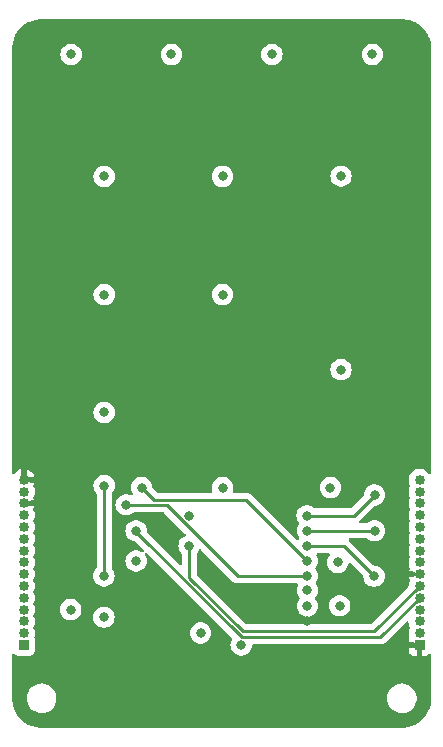
<source format=gbr>
%TF.GenerationSoftware,KiCad,Pcbnew,8.0.1*%
%TF.CreationDate,2024-03-27T15:42:30-05:00*%
%TF.ProjectId,TTWR Keypad,54545752-204b-4657-9970-61642e6b6963,V01*%
%TF.SameCoordinates,Original*%
%TF.FileFunction,Copper,L2,Inr*%
%TF.FilePolarity,Positive*%
%FSLAX46Y46*%
G04 Gerber Fmt 4.6, Leading zero omitted, Abs format (unit mm)*
G04 Created by KiCad (PCBNEW 8.0.1) date 2024-03-27 15:42:30*
%MOMM*%
%LPD*%
G01*
G04 APERTURE LIST*
%TA.AperFunction,ComponentPad*%
%ADD10R,0.850000X0.850000*%
%TD*%
%TA.AperFunction,ComponentPad*%
%ADD11O,0.850000X0.850000*%
%TD*%
%TA.AperFunction,ViaPad*%
%ADD12C,0.800000*%
%TD*%
%TA.AperFunction,Conductor*%
%ADD13C,0.250000*%
%TD*%
G04 APERTURE END LIST*
D10*
%TO.N,Net-(J2-Pin_1)*%
%TO.C,J2*%
X151000000Y-93000000D03*
D11*
%TO.N,unconnected-(J2-Pin_2-Pad2)*%
X151000000Y-92000000D03*
%TO.N,unconnected-(J2-Pin_3-Pad3)*%
X151000000Y-91000000D03*
%TO.N,unconnected-(J2-Pin_4-Pad4)*%
X151000000Y-90000000D03*
%TO.N,unconnected-(J2-Pin_5-Pad5)*%
X151000000Y-89000000D03*
%TO.N,unconnected-(J2-Pin_6-Pad6)*%
X151000000Y-88000000D03*
%TO.N,unconnected-(J2-Pin_7-Pad7)*%
X151000000Y-87000000D03*
%TO.N,unconnected-(J2-Pin_8-Pad8)*%
X151000000Y-86000000D03*
%TO.N,unconnected-(J2-Pin_9-Pad9)*%
X151000000Y-85000000D03*
%TO.N,unconnected-(J2-Pin_10-Pad10)*%
X151000000Y-84000000D03*
%TO.N,unconnected-(J2-Pin_11-Pad11)*%
X151000000Y-83000000D03*
%TO.N,unconnected-(J2-Pin_12-Pad12)*%
X151000000Y-82000000D03*
%TO.N,GND*%
X151000000Y-81000000D03*
%TO.N,unconnected-(J2-Pin_14-Pad14)*%
X151000000Y-80000000D03*
%TO.N,GND*%
X151000000Y-79000000D03*
%TD*%
D10*
%TO.N,GND*%
%TO.C,J1*%
X184500000Y-93000000D03*
D11*
%TO.N,unconnected-(J1-Pin_2-Pad2)*%
X184500000Y-92000000D03*
%TO.N,unconnected-(J1-Pin_3-Pad3)*%
X184500000Y-91000000D03*
%TO.N,unconnected-(J1-Pin_4-Pad4)*%
X184500000Y-90000000D03*
%TO.N,/IO Expander/SDA*%
X184500000Y-89000000D03*
%TO.N,/IO Expander/SCL*%
X184500000Y-88000000D03*
%TO.N,GND*%
X184500000Y-87000000D03*
%TO.N,+3.3V*%
X184500000Y-86000000D03*
%TO.N,unconnected-(J1-Pin_9-Pad9)*%
X184500000Y-85000000D03*
%TO.N,unconnected-(J1-Pin_10-Pad10)*%
X184500000Y-84000000D03*
%TO.N,unconnected-(J1-Pin_11-Pad11)*%
X184500000Y-83000000D03*
%TO.N,unconnected-(J1-Pin_12-Pad12)*%
X184500000Y-82000000D03*
%TO.N,unconnected-(J1-Pin_13-Pad13)*%
X184500000Y-81000000D03*
%TO.N,unconnected-(J1-Pin_14-Pad14)*%
X184500000Y-80000000D03*
%TO.N,unconnected-(J1-Pin_15-Pad15)*%
X184500000Y-79000000D03*
%TD*%
D12*
%TO.N,Net-(D1-A)*%
X155000000Y-43000000D03*
%TO.N,Net-(D2-A)*%
X157800000Y-53325000D03*
%TO.N,Net-(D3-A)*%
X157800000Y-63325000D03*
%TO.N,Net-(D4-A)*%
X157800000Y-73300000D03*
%TO.N,Net-(D8-A)*%
X157775000Y-90650000D03*
%TO.N,Net-(D9-A)*%
X172000000Y-43000000D03*
%TO.N,Net-(D10-A)*%
X177850000Y-53300000D03*
%TO.N,Net-(D11-A)*%
X167825000Y-79675000D03*
%TO.N,Net-(D12-A)*%
X165975000Y-91975000D03*
%TO.N,Net-(D13-A)*%
X180500000Y-43000000D03*
%TO.N,Net-(D14-A)*%
X177850000Y-69675000D03*
%TO.N,Net-(D15-A)*%
X176950000Y-79675000D03*
%TO.N,Net-(D16-A)*%
X177750000Y-89675000D03*
%TO.N,Net-(D5-A)*%
X163500000Y-43000000D03*
%TO.N,Net-(D6-A)*%
X167825000Y-53325000D03*
%TO.N,Net-(D7-A)*%
X167825000Y-63325000D03*
%TO.N,+3.3V*%
X177575000Y-86000000D03*
X165000000Y-82050000D03*
X169400000Y-93000000D03*
%TO.N,GND*%
X182525000Y-80325000D03*
X175000000Y-90950000D03*
%TO.N,ROW_3*%
X157775000Y-87150000D03*
X157800000Y-79500000D03*
%TO.N,/IO Expander/SDA*%
X160500000Y-83325000D03*
%TO.N,/IO Expander/SCL*%
X164995000Y-84595000D03*
%TO.N,/IO Expander/A0*%
X174975000Y-82050000D03*
X180700000Y-80300000D03*
%TO.N,/IO Expander/A1*%
X175000000Y-83325000D03*
X180700000Y-83325000D03*
%TO.N,/IO Expander/A2*%
X175000000Y-84600000D03*
X180650000Y-87175000D03*
%TO.N,/IO Expander/INT*%
X160500000Y-85875000D03*
X154975000Y-90000000D03*
%TO.N,COL_0*%
X160975000Y-79675000D03*
X175000000Y-85875000D03*
%TO.N,COL_1*%
X159650000Y-81125000D03*
X175000000Y-87150000D03*
%TO.N,COL_2*%
X175000000Y-88375000D03*
%TO.N,COL_3*%
X175000000Y-89700000D03*
%TD*%
D13*
%TO.N,ROW_3*%
X157800000Y-87125000D02*
X157775000Y-87150000D01*
X157800000Y-79500000D02*
X157800000Y-87125000D01*
%TO.N,/IO Expander/SDA*%
X169437500Y-92325000D02*
X160500000Y-83387500D01*
X181175000Y-92325000D02*
X169437500Y-92325000D01*
X184500000Y-89000000D02*
X181175000Y-92325000D01*
X160500000Y-83387500D02*
X160500000Y-83325000D01*
%TO.N,/IO Expander/SCL*%
X180650000Y-91850000D02*
X169528186Y-91850000D01*
X164995000Y-87316814D02*
X164995000Y-84595000D01*
X169528186Y-91850000D02*
X164995000Y-87316814D01*
X184500000Y-88000000D02*
X180650000Y-91850000D01*
%TO.N,/IO Expander/A0*%
X180700000Y-80300000D02*
X178950000Y-82050000D01*
X178950000Y-82050000D02*
X174975000Y-82050000D01*
%TO.N,/IO Expander/A1*%
X180700000Y-83325000D02*
X175000000Y-83325000D01*
X180975000Y-83325000D02*
X180700000Y-83325000D01*
%TO.N,/IO Expander/A2*%
X180650000Y-87175000D02*
X178075000Y-84600000D01*
X178075000Y-84600000D02*
X175000000Y-84600000D01*
%TO.N,COL_0*%
X169850000Y-80725000D02*
X162025000Y-80725000D01*
X162025000Y-80725000D02*
X160975000Y-79675000D01*
X175000000Y-85875000D02*
X169850000Y-80725000D01*
%TO.N,COL_1*%
X163120405Y-81125000D02*
X159650000Y-81125000D01*
X169145405Y-87150000D02*
X163120405Y-81125000D01*
X175000000Y-87150000D02*
X169145405Y-87150000D01*
%TD*%
%TA.AperFunction,Conductor*%
%TO.N,GND*%
G36*
X183001039Y-40000017D02*
G01*
X183003981Y-40000065D01*
X183156582Y-40002559D01*
X183170718Y-40003602D01*
X183480196Y-40044345D01*
X183496087Y-40047506D01*
X183740218Y-40112921D01*
X183796612Y-40128032D01*
X183811971Y-40133246D01*
X184099400Y-40252303D01*
X184113947Y-40259477D01*
X184383377Y-40415032D01*
X184396863Y-40424043D01*
X184643686Y-40613437D01*
X184655881Y-40624132D01*
X184875867Y-40844118D01*
X184886562Y-40856313D01*
X185075956Y-41103136D01*
X185084967Y-41116622D01*
X185240522Y-41386052D01*
X185247696Y-41400599D01*
X185366753Y-41688028D01*
X185371967Y-41703387D01*
X185452491Y-42003903D01*
X185455655Y-42019812D01*
X185496396Y-42329270D01*
X185497440Y-42343428D01*
X185499983Y-42498960D01*
X185500000Y-42500987D01*
X185500000Y-78418275D01*
X185480315Y-78485314D01*
X185427511Y-78531069D01*
X185358353Y-78541013D01*
X185294797Y-78511988D01*
X185268613Y-78480275D01*
X185253041Y-78453305D01*
X185252870Y-78453008D01*
X185222498Y-78419276D01*
X185122697Y-78308435D01*
X185122694Y-78308433D01*
X185122693Y-78308432D01*
X185122692Y-78308431D01*
X185043995Y-78251254D01*
X184965297Y-78194076D01*
X184828848Y-78133326D01*
X184787571Y-78114949D01*
X184787569Y-78114948D01*
X184597274Y-78074500D01*
X184402726Y-78074500D01*
X184212431Y-78114948D01*
X184034702Y-78194076D01*
X183877305Y-78308433D01*
X183877302Y-78308435D01*
X183747129Y-78453009D01*
X183649857Y-78621488D01*
X183649856Y-78621489D01*
X183589738Y-78806516D01*
X183569402Y-79000000D01*
X183589738Y-79193483D01*
X183649856Y-79378510D01*
X183649857Y-79378511D01*
X183684203Y-79438000D01*
X183700676Y-79505900D01*
X183684203Y-79562000D01*
X183649857Y-79621488D01*
X183649856Y-79621489D01*
X183589738Y-79806516D01*
X183569402Y-80000000D01*
X183589738Y-80193483D01*
X183649856Y-80378510D01*
X183649857Y-80378511D01*
X183684203Y-80438000D01*
X183700676Y-80505900D01*
X183684203Y-80562000D01*
X183649857Y-80621488D01*
X183649856Y-80621489D01*
X183589738Y-80806516D01*
X183569402Y-81000000D01*
X183589738Y-81193483D01*
X183649856Y-81378510D01*
X183649857Y-81378511D01*
X183684203Y-81438000D01*
X183700676Y-81505900D01*
X183684203Y-81562000D01*
X183649857Y-81621488D01*
X183649856Y-81621489D01*
X183589738Y-81806516D01*
X183569402Y-82000000D01*
X183589738Y-82193483D01*
X183649856Y-82378510D01*
X183649857Y-82378511D01*
X183684203Y-82438000D01*
X183700676Y-82505900D01*
X183684203Y-82562000D01*
X183649857Y-82621488D01*
X183649856Y-82621489D01*
X183589738Y-82806516D01*
X183569402Y-83000000D01*
X183589738Y-83193483D01*
X183649856Y-83378510D01*
X183649857Y-83378511D01*
X183684203Y-83438000D01*
X183700676Y-83505900D01*
X183684203Y-83562000D01*
X183649857Y-83621488D01*
X183649856Y-83621489D01*
X183589738Y-83806516D01*
X183569402Y-84000000D01*
X183589738Y-84193483D01*
X183649856Y-84378510D01*
X183649857Y-84378511D01*
X183684203Y-84438000D01*
X183700676Y-84505900D01*
X183684203Y-84562000D01*
X183649857Y-84621488D01*
X183649856Y-84621489D01*
X183589738Y-84806516D01*
X183569402Y-85000000D01*
X183589738Y-85193483D01*
X183649856Y-85378510D01*
X183649857Y-85378511D01*
X183684203Y-85438000D01*
X183700676Y-85505900D01*
X183684203Y-85562000D01*
X183649857Y-85621488D01*
X183649856Y-85621489D01*
X183589738Y-85806516D01*
X183569402Y-86000000D01*
X183589738Y-86193483D01*
X183649856Y-86378510D01*
X183649857Y-86378511D01*
X183684492Y-86438500D01*
X183700965Y-86506400D01*
X183684492Y-86562500D01*
X183650317Y-86621692D01*
X183650316Y-86621693D01*
X183608628Y-86749999D01*
X183608628Y-86750000D01*
X183917441Y-86750000D01*
X183984480Y-86769685D01*
X183990319Y-86773676D01*
X184001393Y-86781722D01*
X184034702Y-86805923D01*
X184216178Y-86886720D01*
X184260662Y-86924530D01*
X184250000Y-86950272D01*
X184250000Y-87049728D01*
X184260490Y-87075054D01*
X184218326Y-87112299D01*
X184216178Y-87113280D01*
X184034702Y-87194076D01*
X183990327Y-87226318D01*
X183924520Y-87249798D01*
X183917441Y-87250000D01*
X183608628Y-87250000D01*
X183650315Y-87378302D01*
X183684492Y-87437498D01*
X183700965Y-87505398D01*
X183684493Y-87561497D01*
X183649856Y-87621490D01*
X183589738Y-87806516D01*
X183585926Y-87842784D01*
X183573696Y-87959151D01*
X183568723Y-88006463D01*
X183566015Y-88006178D01*
X183549717Y-88061684D01*
X183533083Y-88082326D01*
X180427229Y-91188181D01*
X180365906Y-91221666D01*
X180339548Y-91224500D01*
X169838638Y-91224500D01*
X169771599Y-91204815D01*
X169750957Y-91188181D01*
X165656819Y-87094043D01*
X165623334Y-87032720D01*
X165620500Y-87006362D01*
X165620500Y-85293687D01*
X165640185Y-85226648D01*
X165652350Y-85210715D01*
X165684856Y-85174613D01*
X165727533Y-85127216D01*
X165822179Y-84963284D01*
X165822181Y-84963275D01*
X165824825Y-84957341D01*
X165826546Y-84958107D01*
X165860866Y-84907916D01*
X165925224Y-84880716D01*
X165994071Y-84892630D01*
X166027042Y-84916227D01*
X168746668Y-87635855D01*
X168746672Y-87635858D01*
X168849115Y-87704309D01*
X168849116Y-87704309D01*
X168849120Y-87704312D01*
X168902598Y-87726463D01*
X168962953Y-87751463D01*
X169083794Y-87775499D01*
X169083798Y-87775500D01*
X169083799Y-87775500D01*
X174091540Y-87775500D01*
X174158579Y-87795185D01*
X174204334Y-87847989D01*
X174214278Y-87917147D01*
X174198927Y-87961497D01*
X174185832Y-87984180D01*
X174172821Y-88006715D01*
X174172818Y-88006722D01*
X174114327Y-88186740D01*
X174114326Y-88186744D01*
X174094540Y-88375000D01*
X174114326Y-88563256D01*
X174114327Y-88563259D01*
X174172818Y-88743277D01*
X174172821Y-88743284D01*
X174267467Y-88907216D01*
X174289763Y-88931978D01*
X174310067Y-88954529D01*
X174340296Y-89017521D01*
X174331670Y-89086856D01*
X174310067Y-89120471D01*
X174267466Y-89167785D01*
X174172821Y-89331715D01*
X174172818Y-89331722D01*
X174118142Y-89500000D01*
X174114326Y-89511744D01*
X174094540Y-89700000D01*
X174114326Y-89888256D01*
X174114327Y-89888259D01*
X174172818Y-90068277D01*
X174172821Y-90068284D01*
X174267467Y-90232216D01*
X174312043Y-90281722D01*
X174394129Y-90372888D01*
X174547265Y-90484148D01*
X174547270Y-90484151D01*
X174720192Y-90561142D01*
X174720197Y-90561144D01*
X174905354Y-90600500D01*
X174905355Y-90600500D01*
X175094644Y-90600500D01*
X175094646Y-90600500D01*
X175279803Y-90561144D01*
X175452730Y-90484151D01*
X175605871Y-90372888D01*
X175732533Y-90232216D01*
X175827179Y-90068284D01*
X175885674Y-89888256D01*
X175905460Y-89700000D01*
X175902832Y-89675000D01*
X176844540Y-89675000D01*
X176864326Y-89863256D01*
X176864327Y-89863259D01*
X176922818Y-90043277D01*
X176922821Y-90043284D01*
X177017467Y-90207216D01*
X177084553Y-90281722D01*
X177144129Y-90347888D01*
X177297265Y-90459148D01*
X177297270Y-90459151D01*
X177470192Y-90536142D01*
X177470197Y-90536144D01*
X177655354Y-90575500D01*
X177655355Y-90575500D01*
X177844644Y-90575500D01*
X177844646Y-90575500D01*
X178029803Y-90536144D01*
X178202730Y-90459151D01*
X178355871Y-90347888D01*
X178482533Y-90207216D01*
X178577179Y-90043284D01*
X178635674Y-89863256D01*
X178655460Y-89675000D01*
X178635674Y-89486744D01*
X178577179Y-89306716D01*
X178482533Y-89142784D01*
X178355871Y-89002112D01*
X178336650Y-88988147D01*
X178202734Y-88890851D01*
X178202729Y-88890848D01*
X178029807Y-88813857D01*
X178029802Y-88813855D01*
X177884001Y-88782865D01*
X177844646Y-88774500D01*
X177655354Y-88774500D01*
X177622897Y-88781398D01*
X177470197Y-88813855D01*
X177470192Y-88813857D01*
X177297270Y-88890848D01*
X177297265Y-88890851D01*
X177144129Y-89002111D01*
X177017466Y-89142785D01*
X176922821Y-89306715D01*
X176922818Y-89306722D01*
X176870486Y-89467785D01*
X176864326Y-89486744D01*
X176844540Y-89675000D01*
X175902832Y-89675000D01*
X175885674Y-89511744D01*
X175827179Y-89331716D01*
X175732533Y-89167784D01*
X175689932Y-89120471D01*
X175659703Y-89057482D01*
X175668327Y-88988147D01*
X175689931Y-88954529D01*
X175732533Y-88907216D01*
X175827179Y-88743284D01*
X175885674Y-88563256D01*
X175905460Y-88375000D01*
X175885674Y-88186744D01*
X175827179Y-88006716D01*
X175732533Y-87842784D01*
X175728715Y-87837529D01*
X175730515Y-87836221D01*
X175704725Y-87782488D01*
X175713345Y-87713152D01*
X175729488Y-87688032D01*
X175728715Y-87687471D01*
X175732529Y-87682220D01*
X175732533Y-87682216D01*
X175827179Y-87518284D01*
X175885674Y-87338256D01*
X175905460Y-87150000D01*
X175885674Y-86961744D01*
X175827179Y-86781716D01*
X175732533Y-86617784D01*
X175712442Y-86595471D01*
X175682213Y-86532481D01*
X175690838Y-86463146D01*
X175712443Y-86429528D01*
X175717828Y-86423547D01*
X175732533Y-86407216D01*
X175827179Y-86243284D01*
X175885674Y-86063256D01*
X175905460Y-85875000D01*
X175885674Y-85686744D01*
X175827179Y-85506716D01*
X175772205Y-85411499D01*
X175755733Y-85343600D01*
X175778586Y-85277573D01*
X175833507Y-85234382D01*
X175879593Y-85225500D01*
X176782112Y-85225500D01*
X176849151Y-85245185D01*
X176894906Y-85297989D01*
X176904850Y-85367147D01*
X176875825Y-85430703D01*
X176874262Y-85432472D01*
X176842466Y-85467785D01*
X176747821Y-85631715D01*
X176747818Y-85631722D01*
X176691024Y-85806518D01*
X176689326Y-85811744D01*
X176669540Y-86000000D01*
X176689326Y-86188256D01*
X176689327Y-86188259D01*
X176747818Y-86368277D01*
X176747821Y-86368284D01*
X176842467Y-86532216D01*
X176919513Y-86617784D01*
X176969129Y-86672888D01*
X177122265Y-86784148D01*
X177122270Y-86784151D01*
X177295192Y-86861142D01*
X177295197Y-86861144D01*
X177480354Y-86900500D01*
X177480355Y-86900500D01*
X177669644Y-86900500D01*
X177669646Y-86900500D01*
X177854803Y-86861144D01*
X178027730Y-86784151D01*
X178180871Y-86672888D01*
X178307533Y-86532216D01*
X178402179Y-86368284D01*
X178460674Y-86188256D01*
X178463743Y-86159051D01*
X178490325Y-86094440D01*
X178547622Y-86054455D01*
X178617441Y-86051794D01*
X178674744Y-86084334D01*
X179711038Y-87120628D01*
X179744523Y-87181951D01*
X179746678Y-87195347D01*
X179752401Y-87249798D01*
X179764326Y-87363256D01*
X179764327Y-87363259D01*
X179822818Y-87543277D01*
X179822821Y-87543284D01*
X179917467Y-87707216D01*
X180006879Y-87806518D01*
X180044129Y-87847888D01*
X180197265Y-87959148D01*
X180197270Y-87959151D01*
X180370192Y-88036142D01*
X180370197Y-88036144D01*
X180555354Y-88075500D01*
X180555355Y-88075500D01*
X180744644Y-88075500D01*
X180744646Y-88075500D01*
X180929803Y-88036144D01*
X181102730Y-87959151D01*
X181255871Y-87847888D01*
X181382533Y-87707216D01*
X181477179Y-87543284D01*
X181535674Y-87363256D01*
X181555460Y-87175000D01*
X181535674Y-86986744D01*
X181477179Y-86806716D01*
X181382533Y-86642784D01*
X181255871Y-86502112D01*
X181236697Y-86488181D01*
X181102734Y-86390851D01*
X181102729Y-86390848D01*
X180929807Y-86313857D01*
X180929802Y-86313855D01*
X180784001Y-86282865D01*
X180744646Y-86274500D01*
X180744645Y-86274500D01*
X180685452Y-86274500D01*
X180618413Y-86254815D01*
X180597771Y-86238181D01*
X178565198Y-84205608D01*
X178565178Y-84205586D01*
X178521773Y-84162181D01*
X178488288Y-84100858D01*
X178493272Y-84031166D01*
X178535144Y-83975233D01*
X178600608Y-83950816D01*
X178609454Y-83950500D01*
X179996252Y-83950500D01*
X180063291Y-83970185D01*
X180088400Y-83991526D01*
X180094126Y-83997885D01*
X180094130Y-83997889D01*
X180247265Y-84109148D01*
X180247270Y-84109151D01*
X180420192Y-84186142D01*
X180420197Y-84186144D01*
X180605354Y-84225500D01*
X180605355Y-84225500D01*
X180794644Y-84225500D01*
X180794646Y-84225500D01*
X180979803Y-84186144D01*
X181152730Y-84109151D01*
X181305871Y-83997888D01*
X181432533Y-83857216D01*
X181527179Y-83693284D01*
X181585674Y-83513256D01*
X181596694Y-83408391D01*
X181598393Y-83397193D01*
X181600500Y-83386606D01*
X181600500Y-83378692D01*
X181601179Y-83365731D01*
X181603713Y-83341620D01*
X181605460Y-83325000D01*
X181601179Y-83284266D01*
X181600500Y-83271306D01*
X181600500Y-83263396D01*
X181598396Y-83252820D01*
X181596692Y-83241586D01*
X181585674Y-83136747D01*
X181585674Y-83136745D01*
X181585672Y-83136740D01*
X181527179Y-82956716D01*
X181432533Y-82792784D01*
X181305871Y-82652112D01*
X181305870Y-82652111D01*
X181152734Y-82540851D01*
X181152729Y-82540848D01*
X180979807Y-82463857D01*
X180979802Y-82463855D01*
X180834001Y-82432865D01*
X180794646Y-82424500D01*
X180605354Y-82424500D01*
X180572897Y-82431398D01*
X180420197Y-82463855D01*
X180420192Y-82463857D01*
X180247270Y-82540848D01*
X180247265Y-82540851D01*
X180094130Y-82652110D01*
X180094126Y-82652114D01*
X180088400Y-82658474D01*
X180028913Y-82695121D01*
X179996252Y-82699500D01*
X179484453Y-82699500D01*
X179417414Y-82679815D01*
X179371659Y-82627011D01*
X179361715Y-82557853D01*
X179390740Y-82494297D01*
X179396772Y-82487819D01*
X179435858Y-82448733D01*
X179435858Y-82448731D01*
X179442919Y-82441671D01*
X179442924Y-82441664D01*
X180647771Y-81236819D01*
X180709094Y-81203334D01*
X180735452Y-81200500D01*
X180794644Y-81200500D01*
X180794646Y-81200500D01*
X180979803Y-81161144D01*
X181152730Y-81084151D01*
X181305871Y-80972888D01*
X181432533Y-80832216D01*
X181527179Y-80668284D01*
X181585674Y-80488256D01*
X181605460Y-80300000D01*
X181585674Y-80111744D01*
X181527179Y-79931716D01*
X181432533Y-79767784D01*
X181305871Y-79627112D01*
X181298132Y-79621489D01*
X181152734Y-79515851D01*
X181152729Y-79515848D01*
X180979807Y-79438857D01*
X180979802Y-79438855D01*
X180834001Y-79407865D01*
X180794646Y-79399500D01*
X180605354Y-79399500D01*
X180572897Y-79406398D01*
X180420197Y-79438855D01*
X180420192Y-79438857D01*
X180247270Y-79515848D01*
X180247265Y-79515851D01*
X180094129Y-79627111D01*
X179967466Y-79767785D01*
X179872821Y-79931715D01*
X179872818Y-79931722D01*
X179830105Y-80063181D01*
X179814326Y-80111744D01*
X179810191Y-80151087D01*
X179796678Y-80279651D01*
X179770093Y-80344266D01*
X179761038Y-80354370D01*
X178727229Y-81388181D01*
X178665906Y-81421666D01*
X178639548Y-81424500D01*
X175678748Y-81424500D01*
X175611709Y-81404815D01*
X175586600Y-81383474D01*
X175580873Y-81377114D01*
X175580869Y-81377110D01*
X175427734Y-81265851D01*
X175427729Y-81265848D01*
X175254807Y-81188857D01*
X175254802Y-81188855D01*
X175109001Y-81157865D01*
X175069646Y-81149500D01*
X174880354Y-81149500D01*
X174847897Y-81156398D01*
X174695197Y-81188855D01*
X174695192Y-81188857D01*
X174522270Y-81265848D01*
X174522265Y-81265851D01*
X174369129Y-81377111D01*
X174242466Y-81517785D01*
X174147821Y-81681715D01*
X174147818Y-81681722D01*
X174107270Y-81806518D01*
X174089326Y-81861744D01*
X174069540Y-82050000D01*
X174089326Y-82238256D01*
X174089327Y-82238259D01*
X174147818Y-82418277D01*
X174147821Y-82418284D01*
X174242466Y-82582215D01*
X174275056Y-82618410D01*
X174305286Y-82681402D01*
X174296660Y-82750737D01*
X174275061Y-82784349D01*
X174267468Y-82792782D01*
X174267464Y-82792787D01*
X174172821Y-82956715D01*
X174172818Y-82956722D01*
X174114327Y-83136740D01*
X174114326Y-83136744D01*
X174094540Y-83325000D01*
X174114326Y-83513256D01*
X174114327Y-83513259D01*
X174172818Y-83693277D01*
X174172821Y-83693284D01*
X174267466Y-83857215D01*
X174287557Y-83879529D01*
X174317786Y-83942522D01*
X174309160Y-84011857D01*
X174287557Y-84045471D01*
X174264837Y-84070705D01*
X174205351Y-84107354D01*
X174135494Y-84106025D01*
X174085005Y-84075415D01*
X170340198Y-80330608D01*
X170340178Y-80330586D01*
X170248735Y-80239143D01*
X170226820Y-80224500D01*
X170190901Y-80200500D01*
X170190902Y-80200500D01*
X170190900Y-80200498D01*
X170146290Y-80170690D01*
X170146286Y-80170688D01*
X170050778Y-80131128D01*
X170050776Y-80131126D01*
X170032455Y-80123538D01*
X170032453Y-80123537D01*
X170032452Y-80123537D01*
X169972029Y-80111518D01*
X169911610Y-80099500D01*
X169911607Y-80099500D01*
X169911606Y-80099500D01*
X168804585Y-80099500D01*
X168737546Y-80079815D01*
X168691791Y-80027011D01*
X168681847Y-79957853D01*
X168686654Y-79937182D01*
X168689896Y-79927201D01*
X168710674Y-79863256D01*
X168730460Y-79675000D01*
X176044540Y-79675000D01*
X176064326Y-79863256D01*
X176064327Y-79863259D01*
X176122818Y-80043277D01*
X176122821Y-80043284D01*
X176217467Y-80207216D01*
X176315057Y-80315600D01*
X176344129Y-80347888D01*
X176497265Y-80459148D01*
X176497270Y-80459151D01*
X176670192Y-80536142D01*
X176670197Y-80536144D01*
X176855354Y-80575500D01*
X176855355Y-80575500D01*
X177044644Y-80575500D01*
X177044646Y-80575500D01*
X177229803Y-80536144D01*
X177402730Y-80459151D01*
X177555871Y-80347888D01*
X177682533Y-80207216D01*
X177777179Y-80043284D01*
X177835674Y-79863256D01*
X177855460Y-79675000D01*
X177835674Y-79486744D01*
X177777179Y-79306716D01*
X177682533Y-79142784D01*
X177555871Y-79002112D01*
X177508624Y-78967785D01*
X177402734Y-78890851D01*
X177402729Y-78890848D01*
X177229807Y-78813857D01*
X177229802Y-78813855D01*
X177084001Y-78782865D01*
X177044646Y-78774500D01*
X176855354Y-78774500D01*
X176822897Y-78781398D01*
X176670197Y-78813855D01*
X176670192Y-78813857D01*
X176497270Y-78890848D01*
X176497265Y-78890851D01*
X176344129Y-79002111D01*
X176217466Y-79142785D01*
X176122821Y-79306715D01*
X176122818Y-79306722D01*
X176064327Y-79486740D01*
X176064326Y-79486744D01*
X176044540Y-79675000D01*
X168730460Y-79675000D01*
X168710674Y-79486744D01*
X168652179Y-79306716D01*
X168557533Y-79142784D01*
X168430871Y-79002112D01*
X168383624Y-78967785D01*
X168277734Y-78890851D01*
X168277729Y-78890848D01*
X168104807Y-78813857D01*
X168104802Y-78813855D01*
X167959001Y-78782865D01*
X167919646Y-78774500D01*
X167730354Y-78774500D01*
X167697897Y-78781398D01*
X167545197Y-78813855D01*
X167545192Y-78813857D01*
X167372270Y-78890848D01*
X167372265Y-78890851D01*
X167219129Y-79002111D01*
X167092466Y-79142785D01*
X166997821Y-79306715D01*
X166997818Y-79306722D01*
X166939327Y-79486740D01*
X166939326Y-79486744D01*
X166919540Y-79675000D01*
X166939326Y-79863256D01*
X166939327Y-79863259D01*
X166963346Y-79937182D01*
X166965341Y-80007023D01*
X166929261Y-80066856D01*
X166866560Y-80097684D01*
X166845415Y-80099500D01*
X162335452Y-80099500D01*
X162268413Y-80079815D01*
X162247771Y-80063181D01*
X161913960Y-79729370D01*
X161880475Y-79668047D01*
X161878323Y-79654671D01*
X161860674Y-79486744D01*
X161802179Y-79306716D01*
X161707533Y-79142784D01*
X161580871Y-79002112D01*
X161533624Y-78967785D01*
X161427734Y-78890851D01*
X161427729Y-78890848D01*
X161254807Y-78813857D01*
X161254802Y-78813855D01*
X161109001Y-78782865D01*
X161069646Y-78774500D01*
X160880354Y-78774500D01*
X160847897Y-78781398D01*
X160695197Y-78813855D01*
X160695192Y-78813857D01*
X160522270Y-78890848D01*
X160522265Y-78890851D01*
X160369129Y-79002111D01*
X160242466Y-79142785D01*
X160147821Y-79306715D01*
X160147818Y-79306722D01*
X160089327Y-79486740D01*
X160089326Y-79486744D01*
X160069540Y-79675000D01*
X160089326Y-79863256D01*
X160089327Y-79863259D01*
X160147818Y-80043277D01*
X160147823Y-80043289D01*
X160203845Y-80140322D01*
X160220318Y-80208222D01*
X160197465Y-80274249D01*
X160142544Y-80317439D01*
X160072990Y-80324080D01*
X160046022Y-80315600D01*
X159929807Y-80263857D01*
X159929802Y-80263855D01*
X159784001Y-80232865D01*
X159744646Y-80224500D01*
X159555354Y-80224500D01*
X159522897Y-80231398D01*
X159370197Y-80263855D01*
X159370192Y-80263857D01*
X159197270Y-80340848D01*
X159197265Y-80340851D01*
X159044129Y-80452111D01*
X158917466Y-80592785D01*
X158822821Y-80756715D01*
X158822818Y-80756722D01*
X158764327Y-80936740D01*
X158764326Y-80936744D01*
X158744540Y-81125000D01*
X158764326Y-81313256D01*
X158764327Y-81313259D01*
X158822818Y-81493277D01*
X158822821Y-81493284D01*
X158917467Y-81657216D01*
X159019185Y-81770185D01*
X159044129Y-81797888D01*
X159197265Y-81909148D01*
X159197270Y-81909151D01*
X159370192Y-81986142D01*
X159370197Y-81986144D01*
X159555354Y-82025500D01*
X159555355Y-82025500D01*
X159744644Y-82025500D01*
X159744646Y-82025500D01*
X159929803Y-81986144D01*
X160102730Y-81909151D01*
X160255871Y-81797888D01*
X160258788Y-81794647D01*
X160261600Y-81791526D01*
X160321087Y-81754879D01*
X160353748Y-81750500D01*
X162809953Y-81750500D01*
X162876992Y-81770185D01*
X162897634Y-81786819D01*
X164677207Y-83566392D01*
X164710692Y-83627715D01*
X164705708Y-83697407D01*
X164663836Y-83753340D01*
X164639963Y-83767352D01*
X164542267Y-83810850D01*
X164542265Y-83810851D01*
X164389129Y-83922111D01*
X164262466Y-84062785D01*
X164167821Y-84226715D01*
X164167818Y-84226722D01*
X164109327Y-84406740D01*
X164109326Y-84406744D01*
X164089540Y-84595000D01*
X164109326Y-84783256D01*
X164109327Y-84783259D01*
X164167818Y-84963277D01*
X164167821Y-84963284D01*
X164262467Y-85127216D01*
X164292537Y-85160612D01*
X164337650Y-85210715D01*
X164367880Y-85273706D01*
X164369500Y-85293687D01*
X164369500Y-86073047D01*
X164349815Y-86140086D01*
X164297011Y-86185841D01*
X164227853Y-86195785D01*
X164164297Y-86166760D01*
X164157819Y-86160728D01*
X161439353Y-83442262D01*
X161405868Y-83380939D01*
X161403713Y-83341620D01*
X161405460Y-83325000D01*
X161385674Y-83136744D01*
X161327179Y-82956716D01*
X161232533Y-82792784D01*
X161105871Y-82652112D01*
X161105870Y-82652111D01*
X160952734Y-82540851D01*
X160952729Y-82540848D01*
X160779807Y-82463857D01*
X160779802Y-82463855D01*
X160634001Y-82432865D01*
X160594646Y-82424500D01*
X160405354Y-82424500D01*
X160372897Y-82431398D01*
X160220197Y-82463855D01*
X160220192Y-82463857D01*
X160047270Y-82540848D01*
X160047265Y-82540851D01*
X159894129Y-82652111D01*
X159767466Y-82792785D01*
X159672821Y-82956715D01*
X159672818Y-82956722D01*
X159614327Y-83136740D01*
X159614326Y-83136744D01*
X159594540Y-83325000D01*
X159614326Y-83513256D01*
X159614327Y-83513259D01*
X159672818Y-83693277D01*
X159672821Y-83693284D01*
X159767467Y-83857216D01*
X159888401Y-83991526D01*
X159894129Y-83997888D01*
X160047265Y-84109148D01*
X160047270Y-84109151D01*
X160220192Y-84186142D01*
X160220197Y-84186144D01*
X160405354Y-84225500D01*
X160405355Y-84225500D01*
X160411822Y-84226180D01*
X160411598Y-84228304D01*
X160469087Y-84245185D01*
X160489729Y-84261819D01*
X161177157Y-84949247D01*
X161210642Y-85010570D01*
X161205658Y-85080262D01*
X161163786Y-85136195D01*
X161098322Y-85160612D01*
X161030049Y-85145760D01*
X161016591Y-85137246D01*
X160952734Y-85090851D01*
X160952729Y-85090848D01*
X160779807Y-85013857D01*
X160779802Y-85013855D01*
X160634001Y-84982865D01*
X160594646Y-84974500D01*
X160405354Y-84974500D01*
X160372897Y-84981398D01*
X160220197Y-85013855D01*
X160220192Y-85013857D01*
X160047270Y-85090848D01*
X160047265Y-85090851D01*
X159894129Y-85202111D01*
X159767466Y-85342785D01*
X159672821Y-85506715D01*
X159672818Y-85506722D01*
X159614327Y-85686740D01*
X159614326Y-85686744D01*
X159594540Y-85875000D01*
X159614326Y-86063256D01*
X159614327Y-86063259D01*
X159672818Y-86243277D01*
X159672821Y-86243284D01*
X159767467Y-86407216D01*
X159893322Y-86546992D01*
X159894129Y-86547888D01*
X160047265Y-86659148D01*
X160047270Y-86659151D01*
X160220192Y-86736142D01*
X160220197Y-86736144D01*
X160405354Y-86775500D01*
X160405355Y-86775500D01*
X160594644Y-86775500D01*
X160594646Y-86775500D01*
X160779803Y-86736144D01*
X160952730Y-86659151D01*
X161105871Y-86547888D01*
X161232533Y-86407216D01*
X161327179Y-86243284D01*
X161385674Y-86063256D01*
X161405460Y-85875000D01*
X161385674Y-85686744D01*
X161327179Y-85506716D01*
X161253160Y-85378511D01*
X161241533Y-85358372D01*
X161225060Y-85290471D01*
X161247913Y-85224445D01*
X161302834Y-85181254D01*
X161372388Y-85174613D01*
X161434490Y-85206629D01*
X161436595Y-85208685D01*
X165034425Y-88806516D01*
X168610518Y-92382609D01*
X168644003Y-92443932D01*
X168639019Y-92513624D01*
X168630225Y-92532289D01*
X168572820Y-92631718D01*
X168572818Y-92631722D01*
X168516217Y-92805923D01*
X168514326Y-92811744D01*
X168494540Y-93000000D01*
X168514326Y-93188256D01*
X168514327Y-93188259D01*
X168572818Y-93368277D01*
X168572821Y-93368284D01*
X168667467Y-93532216D01*
X168788905Y-93667086D01*
X168794129Y-93672888D01*
X168947265Y-93784148D01*
X168947270Y-93784151D01*
X169120192Y-93861142D01*
X169120197Y-93861144D01*
X169305354Y-93900500D01*
X169305355Y-93900500D01*
X169494644Y-93900500D01*
X169494646Y-93900500D01*
X169679803Y-93861144D01*
X169852730Y-93784151D01*
X170005871Y-93672888D01*
X170132533Y-93532216D01*
X170227179Y-93368284D01*
X170265612Y-93250000D01*
X183575000Y-93250000D01*
X183575000Y-93472844D01*
X183581401Y-93532372D01*
X183581403Y-93532379D01*
X183631645Y-93667086D01*
X183631649Y-93667093D01*
X183717809Y-93782187D01*
X183717812Y-93782190D01*
X183832906Y-93868350D01*
X183832913Y-93868354D01*
X183967620Y-93918596D01*
X183967627Y-93918598D01*
X184027155Y-93924999D01*
X184027172Y-93925000D01*
X184250000Y-93925000D01*
X184250000Y-93250000D01*
X183575000Y-93250000D01*
X170265612Y-93250000D01*
X170285674Y-93188256D01*
X170298992Y-93061537D01*
X170325577Y-92996924D01*
X170382874Y-92956939D01*
X170422313Y-92950500D01*
X181236607Y-92950500D01*
X181297029Y-92938481D01*
X181357452Y-92926463D01*
X181357455Y-92926461D01*
X181357458Y-92926461D01*
X181390787Y-92912654D01*
X181390786Y-92912654D01*
X181390792Y-92912652D01*
X181471286Y-92879312D01*
X181522509Y-92845084D01*
X181573733Y-92810858D01*
X181660858Y-92723733D01*
X181660859Y-92723731D01*
X181667925Y-92716665D01*
X181667928Y-92716661D01*
X183367999Y-91016589D01*
X183429320Y-90983106D01*
X183499012Y-90988090D01*
X183554945Y-91029962D01*
X183578999Y-91091309D01*
X183589738Y-91193484D01*
X183649856Y-91378510D01*
X183649857Y-91378511D01*
X183684203Y-91438000D01*
X183700676Y-91505900D01*
X183684203Y-91562000D01*
X183649857Y-91621488D01*
X183649856Y-91621489D01*
X183589738Y-91806516D01*
X183569402Y-91999999D01*
X183589738Y-92193483D01*
X183589740Y-92193488D01*
X183620096Y-92286917D01*
X183622091Y-92356758D01*
X183618347Y-92368566D01*
X183581403Y-92467617D01*
X183581401Y-92467627D01*
X183575000Y-92527155D01*
X183575000Y-92750000D01*
X183917441Y-92750000D01*
X183984480Y-92769685D01*
X183990327Y-92773682D01*
X184034702Y-92805923D01*
X184102577Y-92836142D01*
X184212429Y-92885051D01*
X184271788Y-92897668D01*
X184250000Y-92950272D01*
X184250000Y-93049728D01*
X184288060Y-93141614D01*
X184358386Y-93211940D01*
X184450272Y-93250000D01*
X184549728Y-93250000D01*
X184641614Y-93211940D01*
X184711940Y-93141614D01*
X184750000Y-93049728D01*
X184750000Y-93925000D01*
X184972828Y-93925000D01*
X184972844Y-93924999D01*
X185032372Y-93918598D01*
X185032379Y-93918596D01*
X185167086Y-93868354D01*
X185167093Y-93868350D01*
X185282187Y-93782190D01*
X185288319Y-93776059D01*
X185349642Y-93742574D01*
X185419334Y-93747558D01*
X185475267Y-93789430D01*
X185499684Y-93854894D01*
X185500000Y-93863740D01*
X185500000Y-97499012D01*
X185499983Y-97501039D01*
X185497440Y-97656571D01*
X185496396Y-97670729D01*
X185455655Y-97980187D01*
X185452491Y-97996096D01*
X185371967Y-98296612D01*
X185366753Y-98311971D01*
X185247696Y-98599400D01*
X185240522Y-98613947D01*
X185084967Y-98883377D01*
X185075956Y-98896863D01*
X184886562Y-99143686D01*
X184875867Y-99155881D01*
X184655881Y-99375867D01*
X184643686Y-99386562D01*
X184396863Y-99575956D01*
X184383377Y-99584967D01*
X184113947Y-99740522D01*
X184099400Y-99747696D01*
X183811971Y-99866753D01*
X183796612Y-99871967D01*
X183496096Y-99952491D01*
X183480187Y-99955655D01*
X183170729Y-99996396D01*
X183156571Y-99997440D01*
X183001040Y-99999983D01*
X182999013Y-100000000D01*
X152500987Y-100000000D01*
X152498960Y-99999983D01*
X152343428Y-99997440D01*
X152329270Y-99996396D01*
X152019812Y-99955655D01*
X152003903Y-99952491D01*
X151703387Y-99871967D01*
X151688028Y-99866753D01*
X151400599Y-99747696D01*
X151386052Y-99740522D01*
X151116622Y-99584967D01*
X151103136Y-99575956D01*
X150856313Y-99386562D01*
X150844118Y-99375867D01*
X150624132Y-99155881D01*
X150613437Y-99143686D01*
X150424043Y-98896863D01*
X150415032Y-98883377D01*
X150259477Y-98613947D01*
X150252303Y-98599400D01*
X150133246Y-98311971D01*
X150128032Y-98296612D01*
X150060199Y-98043458D01*
X150047506Y-97996087D01*
X150044345Y-97980196D01*
X150003602Y-97670718D01*
X150002559Y-97656582D01*
X150000017Y-97501038D01*
X150000008Y-97500000D01*
X151247474Y-97500000D01*
X151267602Y-97723643D01*
X151327341Y-97940106D01*
X151424769Y-98142417D01*
X151424771Y-98142421D01*
X151556753Y-98324079D01*
X151556754Y-98324081D01*
X151556757Y-98324084D01*
X151556758Y-98324085D01*
X151719063Y-98479264D01*
X151906467Y-98602969D01*
X152112948Y-98691223D01*
X152331869Y-98741190D01*
X152556194Y-98751265D01*
X152778713Y-98721123D01*
X152992274Y-98651732D01*
X153190013Y-98545325D01*
X153365574Y-98405319D01*
X153513315Y-98236216D01*
X153628487Y-98043451D01*
X153707389Y-97833218D01*
X153747484Y-97612276D01*
X153750000Y-97500000D01*
X181747474Y-97500000D01*
X181767602Y-97723643D01*
X181827341Y-97940106D01*
X181924769Y-98142417D01*
X181924771Y-98142421D01*
X182056753Y-98324079D01*
X182056754Y-98324081D01*
X182056757Y-98324084D01*
X182056758Y-98324085D01*
X182219063Y-98479264D01*
X182406467Y-98602969D01*
X182612948Y-98691223D01*
X182831869Y-98741190D01*
X183056194Y-98751265D01*
X183278713Y-98721123D01*
X183492274Y-98651732D01*
X183690013Y-98545325D01*
X183865574Y-98405319D01*
X184013315Y-98236216D01*
X184128487Y-98043451D01*
X184207389Y-97833218D01*
X184247484Y-97612276D01*
X184250000Y-97500000D01*
X184247484Y-97387724D01*
X184207389Y-97166782D01*
X184128487Y-96956549D01*
X184128483Y-96956543D01*
X184128483Y-96956541D01*
X184063276Y-96847404D01*
X184013315Y-96763784D01*
X183865574Y-96594681D01*
X183865572Y-96594680D01*
X183865571Y-96594678D01*
X183690014Y-96454676D01*
X183690013Y-96454675D01*
X183582892Y-96397031D01*
X183492275Y-96348268D01*
X183278715Y-96278877D01*
X183204540Y-96268829D01*
X183056194Y-96248735D01*
X183056190Y-96248735D01*
X182831874Y-96258809D01*
X182831863Y-96258811D01*
X182612958Y-96308774D01*
X182612951Y-96308776D01*
X182612948Y-96308777D01*
X182520554Y-96348268D01*
X182406466Y-96397031D01*
X182319139Y-96454676D01*
X182219063Y-96520736D01*
X182219062Y-96520737D01*
X182056754Y-96675918D01*
X182056753Y-96675920D01*
X181924771Y-96857578D01*
X181924769Y-96857582D01*
X181827341Y-97059893D01*
X181767602Y-97276356D01*
X181747474Y-97500000D01*
X153750000Y-97500000D01*
X153747484Y-97387724D01*
X153707389Y-97166782D01*
X153628487Y-96956549D01*
X153628483Y-96956543D01*
X153628483Y-96956541D01*
X153563276Y-96847404D01*
X153513315Y-96763784D01*
X153365574Y-96594681D01*
X153365572Y-96594680D01*
X153365571Y-96594678D01*
X153190014Y-96454676D01*
X153190013Y-96454675D01*
X153082892Y-96397031D01*
X152992275Y-96348268D01*
X152778715Y-96278877D01*
X152704540Y-96268829D01*
X152556194Y-96248735D01*
X152556190Y-96248735D01*
X152331874Y-96258809D01*
X152331863Y-96258811D01*
X152112958Y-96308774D01*
X152112951Y-96308776D01*
X152112948Y-96308777D01*
X152020554Y-96348268D01*
X151906466Y-96397031D01*
X151819139Y-96454676D01*
X151719063Y-96520736D01*
X151719062Y-96520737D01*
X151556754Y-96675918D01*
X151556753Y-96675920D01*
X151424771Y-96857578D01*
X151424769Y-96857582D01*
X151327341Y-97059893D01*
X151267602Y-97276356D01*
X151247474Y-97500000D01*
X150000008Y-97500000D01*
X150000000Y-97499012D01*
X150000000Y-93864454D01*
X150019685Y-93797415D01*
X150072489Y-93751660D01*
X150141647Y-93741716D01*
X150205203Y-93770741D01*
X150211681Y-93776773D01*
X150217455Y-93782547D01*
X150332664Y-93868793D01*
X150332671Y-93868797D01*
X150467517Y-93919091D01*
X150467516Y-93919091D01*
X150474444Y-93919835D01*
X150527127Y-93925500D01*
X151472872Y-93925499D01*
X151532483Y-93919091D01*
X151667331Y-93868796D01*
X151782546Y-93782546D01*
X151868796Y-93667331D01*
X151919091Y-93532483D01*
X151925500Y-93472873D01*
X151925499Y-92527128D01*
X151919091Y-92467517D01*
X151910294Y-92443932D01*
X151881900Y-92367803D01*
X151876916Y-92298112D01*
X151880145Y-92286170D01*
X151910262Y-92193482D01*
X151930598Y-92000000D01*
X151927970Y-91975000D01*
X165069540Y-91975000D01*
X165089326Y-92163256D01*
X165089327Y-92163259D01*
X165147818Y-92343277D01*
X165147821Y-92343284D01*
X165242467Y-92507216D01*
X165354573Y-92631722D01*
X165369129Y-92647888D01*
X165522265Y-92759148D01*
X165522270Y-92759151D01*
X165695192Y-92836142D01*
X165695197Y-92836144D01*
X165880354Y-92875500D01*
X165880355Y-92875500D01*
X166069644Y-92875500D01*
X166069646Y-92875500D01*
X166254803Y-92836144D01*
X166427730Y-92759151D01*
X166580871Y-92647888D01*
X166707533Y-92507216D01*
X166802179Y-92343284D01*
X166860674Y-92163256D01*
X166880460Y-91975000D01*
X166860674Y-91786744D01*
X166802179Y-91606716D01*
X166707533Y-91442784D01*
X166580871Y-91302112D01*
X166580870Y-91302111D01*
X166427734Y-91190851D01*
X166427729Y-91190848D01*
X166254807Y-91113857D01*
X166254802Y-91113855D01*
X166109001Y-91082865D01*
X166069646Y-91074500D01*
X165880354Y-91074500D01*
X165847897Y-91081398D01*
X165695197Y-91113855D01*
X165695192Y-91113857D01*
X165522270Y-91190848D01*
X165522265Y-91190851D01*
X165369129Y-91302111D01*
X165242466Y-91442785D01*
X165147821Y-91606715D01*
X165147818Y-91606722D01*
X165089327Y-91786740D01*
X165089326Y-91786744D01*
X165069540Y-91975000D01*
X151927970Y-91975000D01*
X151910262Y-91806518D01*
X151850144Y-91621492D01*
X151815795Y-91561999D01*
X151799322Y-91494101D01*
X151815796Y-91438000D01*
X151850144Y-91378508D01*
X151910262Y-91193482D01*
X151930598Y-91000000D01*
X151910262Y-90806518D01*
X151850144Y-90621492D01*
X151815795Y-90561999D01*
X151799322Y-90494101D01*
X151815795Y-90438001D01*
X151850144Y-90378508D01*
X151910262Y-90193482D01*
X151930598Y-90000000D01*
X154069540Y-90000000D01*
X154089326Y-90188256D01*
X154089327Y-90188259D01*
X154147818Y-90368277D01*
X154147821Y-90368284D01*
X154242467Y-90532216D01*
X154369129Y-90672888D01*
X154522265Y-90784148D01*
X154522270Y-90784151D01*
X154695192Y-90861142D01*
X154695197Y-90861144D01*
X154880354Y-90900500D01*
X154880355Y-90900500D01*
X155069644Y-90900500D01*
X155069646Y-90900500D01*
X155254803Y-90861144D01*
X155427730Y-90784151D01*
X155580871Y-90672888D01*
X155601480Y-90650000D01*
X156869540Y-90650000D01*
X156889326Y-90838256D01*
X156889327Y-90838259D01*
X156947818Y-91018277D01*
X156947821Y-91018284D01*
X157042467Y-91182216D01*
X157080540Y-91224500D01*
X157169129Y-91322888D01*
X157322265Y-91434148D01*
X157322270Y-91434151D01*
X157495192Y-91511142D01*
X157495197Y-91511144D01*
X157680354Y-91550500D01*
X157680355Y-91550500D01*
X157869644Y-91550500D01*
X157869646Y-91550500D01*
X158054803Y-91511144D01*
X158227730Y-91434151D01*
X158380871Y-91322888D01*
X158507533Y-91182216D01*
X158602179Y-91018284D01*
X158660674Y-90838256D01*
X158680460Y-90650000D01*
X158660674Y-90461744D01*
X158602179Y-90281716D01*
X158507533Y-90117784D01*
X158380871Y-89977112D01*
X158380870Y-89977111D01*
X158227734Y-89865851D01*
X158227729Y-89865848D01*
X158054807Y-89788857D01*
X158054802Y-89788855D01*
X157909001Y-89757865D01*
X157869646Y-89749500D01*
X157680354Y-89749500D01*
X157647897Y-89756398D01*
X157495197Y-89788855D01*
X157495192Y-89788857D01*
X157322270Y-89865848D01*
X157322265Y-89865851D01*
X157169129Y-89977111D01*
X157042466Y-90117785D01*
X156947821Y-90281715D01*
X156947818Y-90281722D01*
X156889327Y-90461740D01*
X156889326Y-90461744D01*
X156869540Y-90650000D01*
X155601480Y-90650000D01*
X155707533Y-90532216D01*
X155802179Y-90368284D01*
X155860674Y-90188256D01*
X155880460Y-90000000D01*
X155860674Y-89811744D01*
X155802179Y-89631716D01*
X155707533Y-89467784D01*
X155580871Y-89327112D01*
X155580870Y-89327111D01*
X155427734Y-89215851D01*
X155427729Y-89215848D01*
X155254807Y-89138857D01*
X155254802Y-89138855D01*
X155109001Y-89107865D01*
X155069646Y-89099500D01*
X154880354Y-89099500D01*
X154847897Y-89106398D01*
X154695197Y-89138855D01*
X154695192Y-89138857D01*
X154522270Y-89215848D01*
X154522265Y-89215851D01*
X154369129Y-89327111D01*
X154242466Y-89467785D01*
X154147821Y-89631715D01*
X154147818Y-89631722D01*
X154091024Y-89806518D01*
X154089326Y-89811744D01*
X154069540Y-90000000D01*
X151930598Y-90000000D01*
X151910262Y-89806518D01*
X151850144Y-89621492D01*
X151815795Y-89561999D01*
X151799322Y-89494101D01*
X151815795Y-89438001D01*
X151850144Y-89378508D01*
X151910262Y-89193482D01*
X151930598Y-89000000D01*
X151910262Y-88806518D01*
X151850144Y-88621492D01*
X151815795Y-88561999D01*
X151799322Y-88494101D01*
X151815795Y-88438001D01*
X151850144Y-88378508D01*
X151910262Y-88193482D01*
X151930598Y-88000000D01*
X151910262Y-87806518D01*
X151850144Y-87621492D01*
X151815795Y-87561999D01*
X151799322Y-87494101D01*
X151815795Y-87438001D01*
X151850144Y-87378508D01*
X151910262Y-87193482D01*
X151914832Y-87150000D01*
X156869540Y-87150000D01*
X156889326Y-87338256D01*
X156889327Y-87338259D01*
X156947818Y-87518277D01*
X156947821Y-87518284D01*
X157042467Y-87682216D01*
X157126460Y-87775499D01*
X157169129Y-87822888D01*
X157322265Y-87934148D01*
X157322270Y-87934151D01*
X157495192Y-88011142D01*
X157495197Y-88011144D01*
X157680354Y-88050500D01*
X157680355Y-88050500D01*
X157869644Y-88050500D01*
X157869646Y-88050500D01*
X158054803Y-88011144D01*
X158227730Y-87934151D01*
X158380871Y-87822888D01*
X158507533Y-87682216D01*
X158602179Y-87518284D01*
X158660674Y-87338256D01*
X158680460Y-87150000D01*
X158660674Y-86961744D01*
X158602179Y-86781716D01*
X158507533Y-86617784D01*
X158457350Y-86562050D01*
X158427120Y-86499058D01*
X158425500Y-86479078D01*
X158425500Y-80198687D01*
X158445185Y-80131648D01*
X158457350Y-80115715D01*
X158489674Y-80079815D01*
X158532533Y-80032216D01*
X158627179Y-79868284D01*
X158685674Y-79688256D01*
X158705460Y-79500000D01*
X158685674Y-79311744D01*
X158627179Y-79131716D01*
X158532533Y-78967784D01*
X158405871Y-78827112D01*
X158387626Y-78813856D01*
X158252734Y-78715851D01*
X158252729Y-78715848D01*
X158079807Y-78638857D01*
X158079802Y-78638855D01*
X157934001Y-78607865D01*
X157894646Y-78599500D01*
X157705354Y-78599500D01*
X157672897Y-78606398D01*
X157520197Y-78638855D01*
X157520192Y-78638857D01*
X157347270Y-78715848D01*
X157347265Y-78715851D01*
X157194129Y-78827111D01*
X157067466Y-78967785D01*
X156972821Y-79131715D01*
X156972818Y-79131722D01*
X156915402Y-79308431D01*
X156914326Y-79311744D01*
X156894540Y-79500000D01*
X156914326Y-79688256D01*
X156914327Y-79688259D01*
X156972818Y-79868277D01*
X156972821Y-79868284D01*
X157067467Y-80032216D01*
X157110326Y-80079815D01*
X157142650Y-80115715D01*
X157172880Y-80178706D01*
X157174500Y-80198687D01*
X157174500Y-86423547D01*
X157154815Y-86490586D01*
X157142650Y-86506519D01*
X157042466Y-86617785D01*
X156947821Y-86781715D01*
X156947818Y-86781722D01*
X156889327Y-86961740D01*
X156889326Y-86961744D01*
X156869540Y-87150000D01*
X151914832Y-87150000D01*
X151930598Y-87000000D01*
X151910262Y-86806518D01*
X151850144Y-86621492D01*
X151815795Y-86561999D01*
X151799322Y-86494101D01*
X151815795Y-86438001D01*
X151850144Y-86378508D01*
X151910262Y-86193482D01*
X151930598Y-86000000D01*
X151910262Y-85806518D01*
X151850144Y-85621492D01*
X151815795Y-85561999D01*
X151799322Y-85494101D01*
X151815796Y-85438000D01*
X151850144Y-85378508D01*
X151910262Y-85193482D01*
X151930598Y-85000000D01*
X151910262Y-84806518D01*
X151850144Y-84621492D01*
X151815795Y-84561999D01*
X151799322Y-84494101D01*
X151815796Y-84438000D01*
X151850144Y-84378508D01*
X151910262Y-84193482D01*
X151930598Y-84000000D01*
X151910262Y-83806518D01*
X151850144Y-83621492D01*
X151815795Y-83561999D01*
X151799322Y-83494101D01*
X151815796Y-83438000D01*
X151850144Y-83378508D01*
X151910262Y-83193482D01*
X151930598Y-83000000D01*
X151910262Y-82806518D01*
X151850144Y-82621492D01*
X151815795Y-82561999D01*
X151799322Y-82494101D01*
X151815796Y-82438000D01*
X151850144Y-82378508D01*
X151910262Y-82193482D01*
X151930598Y-82000000D01*
X151910262Y-81806518D01*
X151850144Y-81621492D01*
X151815506Y-81561498D01*
X151799034Y-81493598D01*
X151815508Y-81437498D01*
X151849680Y-81378310D01*
X151849684Y-81378301D01*
X151891372Y-81250000D01*
X151582559Y-81250000D01*
X151515520Y-81230315D01*
X151509673Y-81226318D01*
X151465297Y-81194076D01*
X151347156Y-81141477D01*
X151287571Y-81114949D01*
X151287568Y-81114948D01*
X151283821Y-81113280D01*
X151239337Y-81075470D01*
X151250000Y-81049728D01*
X151250000Y-80950272D01*
X151239509Y-80924944D01*
X151281672Y-80887701D01*
X151283821Y-80886720D01*
X151287568Y-80885051D01*
X151287571Y-80885051D01*
X151437072Y-80818489D01*
X151465297Y-80805923D01*
X151465297Y-80805922D01*
X151465299Y-80805922D01*
X151509673Y-80773681D01*
X151575480Y-80750202D01*
X151582559Y-80750000D01*
X151891372Y-80750000D01*
X151891371Y-80749999D01*
X151849684Y-80621697D01*
X151815507Y-80562500D01*
X151799034Y-80494600D01*
X151815506Y-80438502D01*
X151850144Y-80378508D01*
X151910262Y-80193482D01*
X151930598Y-80000000D01*
X151910262Y-79806518D01*
X151850144Y-79621492D01*
X151815506Y-79561498D01*
X151799034Y-79493598D01*
X151815508Y-79437498D01*
X151849680Y-79378310D01*
X151849684Y-79378301D01*
X151891372Y-79250000D01*
X151582559Y-79250000D01*
X151515520Y-79230315D01*
X151509673Y-79226318D01*
X151465297Y-79194076D01*
X151325228Y-79131715D01*
X151287571Y-79114949D01*
X151287569Y-79114948D01*
X151228211Y-79102331D01*
X151250000Y-79049728D01*
X151250000Y-78950272D01*
X151211940Y-78858386D01*
X151141614Y-78788060D01*
X151049728Y-78750000D01*
X150950272Y-78750000D01*
X150858386Y-78788060D01*
X150788060Y-78858386D01*
X150750000Y-78950272D01*
X150750000Y-78107473D01*
X151250000Y-78107473D01*
X151250000Y-78750000D01*
X151891372Y-78750000D01*
X151891371Y-78749999D01*
X151849683Y-78621693D01*
X151849682Y-78621692D01*
X151752463Y-78453305D01*
X151752464Y-78453305D01*
X151622360Y-78308809D01*
X151622357Y-78308807D01*
X151465051Y-78194516D01*
X151287412Y-78115426D01*
X151250000Y-78107473D01*
X150750000Y-78107473D01*
X150712585Y-78115426D01*
X150712580Y-78115428D01*
X150534953Y-78194513D01*
X150377643Y-78308806D01*
X150247535Y-78453305D01*
X150231387Y-78481276D01*
X150180820Y-78529492D01*
X150112213Y-78542715D01*
X150047348Y-78516747D01*
X150006820Y-78459832D01*
X150000000Y-78419276D01*
X150000000Y-73300000D01*
X156894540Y-73300000D01*
X156914326Y-73488256D01*
X156914327Y-73488259D01*
X156972818Y-73668277D01*
X156972821Y-73668284D01*
X157067467Y-73832216D01*
X157194129Y-73972888D01*
X157347265Y-74084148D01*
X157347270Y-74084151D01*
X157520192Y-74161142D01*
X157520197Y-74161144D01*
X157705354Y-74200500D01*
X157705355Y-74200500D01*
X157894644Y-74200500D01*
X157894646Y-74200500D01*
X158079803Y-74161144D01*
X158252730Y-74084151D01*
X158405871Y-73972888D01*
X158532533Y-73832216D01*
X158627179Y-73668284D01*
X158685674Y-73488256D01*
X158705460Y-73300000D01*
X158685674Y-73111744D01*
X158627179Y-72931716D01*
X158532533Y-72767784D01*
X158405871Y-72627112D01*
X158405870Y-72627111D01*
X158252734Y-72515851D01*
X158252729Y-72515848D01*
X158079807Y-72438857D01*
X158079802Y-72438855D01*
X157934001Y-72407865D01*
X157894646Y-72399500D01*
X157705354Y-72399500D01*
X157672897Y-72406398D01*
X157520197Y-72438855D01*
X157520192Y-72438857D01*
X157347270Y-72515848D01*
X157347265Y-72515851D01*
X157194129Y-72627111D01*
X157067466Y-72767785D01*
X156972821Y-72931715D01*
X156972818Y-72931722D01*
X156914327Y-73111740D01*
X156914326Y-73111744D01*
X156894540Y-73300000D01*
X150000000Y-73300000D01*
X150000000Y-69675000D01*
X176944540Y-69675000D01*
X176964326Y-69863256D01*
X176964327Y-69863259D01*
X177022818Y-70043277D01*
X177022821Y-70043284D01*
X177117467Y-70207216D01*
X177244129Y-70347888D01*
X177397265Y-70459148D01*
X177397270Y-70459151D01*
X177570192Y-70536142D01*
X177570197Y-70536144D01*
X177755354Y-70575500D01*
X177755355Y-70575500D01*
X177944644Y-70575500D01*
X177944646Y-70575500D01*
X178129803Y-70536144D01*
X178302730Y-70459151D01*
X178455871Y-70347888D01*
X178582533Y-70207216D01*
X178677179Y-70043284D01*
X178735674Y-69863256D01*
X178755460Y-69675000D01*
X178735674Y-69486744D01*
X178677179Y-69306716D01*
X178582533Y-69142784D01*
X178455871Y-69002112D01*
X178455870Y-69002111D01*
X178302734Y-68890851D01*
X178302729Y-68890848D01*
X178129807Y-68813857D01*
X178129802Y-68813855D01*
X177984001Y-68782865D01*
X177944646Y-68774500D01*
X177755354Y-68774500D01*
X177722897Y-68781398D01*
X177570197Y-68813855D01*
X177570192Y-68813857D01*
X177397270Y-68890848D01*
X177397265Y-68890851D01*
X177244129Y-69002111D01*
X177117466Y-69142785D01*
X177022821Y-69306715D01*
X177022818Y-69306722D01*
X176964327Y-69486740D01*
X176964326Y-69486744D01*
X176944540Y-69675000D01*
X150000000Y-69675000D01*
X150000000Y-63325000D01*
X156894540Y-63325000D01*
X156914326Y-63513256D01*
X156914327Y-63513259D01*
X156972818Y-63693277D01*
X156972821Y-63693284D01*
X157067467Y-63857216D01*
X157194129Y-63997888D01*
X157347265Y-64109148D01*
X157347270Y-64109151D01*
X157520192Y-64186142D01*
X157520197Y-64186144D01*
X157705354Y-64225500D01*
X157705355Y-64225500D01*
X157894644Y-64225500D01*
X157894646Y-64225500D01*
X158079803Y-64186144D01*
X158252730Y-64109151D01*
X158405871Y-63997888D01*
X158532533Y-63857216D01*
X158627179Y-63693284D01*
X158685674Y-63513256D01*
X158705460Y-63325000D01*
X166919540Y-63325000D01*
X166939326Y-63513256D01*
X166939327Y-63513259D01*
X166997818Y-63693277D01*
X166997821Y-63693284D01*
X167092467Y-63857216D01*
X167219129Y-63997888D01*
X167372265Y-64109148D01*
X167372270Y-64109151D01*
X167545192Y-64186142D01*
X167545197Y-64186144D01*
X167730354Y-64225500D01*
X167730355Y-64225500D01*
X167919644Y-64225500D01*
X167919646Y-64225500D01*
X168104803Y-64186144D01*
X168277730Y-64109151D01*
X168430871Y-63997888D01*
X168557533Y-63857216D01*
X168652179Y-63693284D01*
X168710674Y-63513256D01*
X168730460Y-63325000D01*
X168710674Y-63136744D01*
X168652179Y-62956716D01*
X168557533Y-62792784D01*
X168430871Y-62652112D01*
X168430870Y-62652111D01*
X168277734Y-62540851D01*
X168277729Y-62540848D01*
X168104807Y-62463857D01*
X168104802Y-62463855D01*
X167959001Y-62432865D01*
X167919646Y-62424500D01*
X167730354Y-62424500D01*
X167697897Y-62431398D01*
X167545197Y-62463855D01*
X167545192Y-62463857D01*
X167372270Y-62540848D01*
X167372265Y-62540851D01*
X167219129Y-62652111D01*
X167092466Y-62792785D01*
X166997821Y-62956715D01*
X166997818Y-62956722D01*
X166939327Y-63136740D01*
X166939326Y-63136744D01*
X166919540Y-63325000D01*
X158705460Y-63325000D01*
X158685674Y-63136744D01*
X158627179Y-62956716D01*
X158532533Y-62792784D01*
X158405871Y-62652112D01*
X158405870Y-62652111D01*
X158252734Y-62540851D01*
X158252729Y-62540848D01*
X158079807Y-62463857D01*
X158079802Y-62463855D01*
X157934001Y-62432865D01*
X157894646Y-62424500D01*
X157705354Y-62424500D01*
X157672897Y-62431398D01*
X157520197Y-62463855D01*
X157520192Y-62463857D01*
X157347270Y-62540848D01*
X157347265Y-62540851D01*
X157194129Y-62652111D01*
X157067466Y-62792785D01*
X156972821Y-62956715D01*
X156972818Y-62956722D01*
X156914327Y-63136740D01*
X156914326Y-63136744D01*
X156894540Y-63325000D01*
X150000000Y-63325000D01*
X150000000Y-53325000D01*
X156894540Y-53325000D01*
X156914326Y-53513256D01*
X156914327Y-53513259D01*
X156972818Y-53693277D01*
X156972821Y-53693284D01*
X157067467Y-53857216D01*
X157171619Y-53972888D01*
X157194129Y-53997888D01*
X157347265Y-54109148D01*
X157347270Y-54109151D01*
X157520192Y-54186142D01*
X157520197Y-54186144D01*
X157705354Y-54225500D01*
X157705355Y-54225500D01*
X157894644Y-54225500D01*
X157894646Y-54225500D01*
X158079803Y-54186144D01*
X158252730Y-54109151D01*
X158405871Y-53997888D01*
X158532533Y-53857216D01*
X158627179Y-53693284D01*
X158685674Y-53513256D01*
X158705460Y-53325000D01*
X166919540Y-53325000D01*
X166939326Y-53513256D01*
X166939327Y-53513259D01*
X166997818Y-53693277D01*
X166997821Y-53693284D01*
X167092467Y-53857216D01*
X167196619Y-53972888D01*
X167219129Y-53997888D01*
X167372265Y-54109148D01*
X167372270Y-54109151D01*
X167545192Y-54186142D01*
X167545197Y-54186144D01*
X167730354Y-54225500D01*
X167730355Y-54225500D01*
X167919644Y-54225500D01*
X167919646Y-54225500D01*
X168104803Y-54186144D01*
X168277730Y-54109151D01*
X168430871Y-53997888D01*
X168557533Y-53857216D01*
X168652179Y-53693284D01*
X168710674Y-53513256D01*
X168730460Y-53325000D01*
X168727832Y-53300000D01*
X176944540Y-53300000D01*
X176964326Y-53488256D01*
X176964327Y-53488259D01*
X177022818Y-53668277D01*
X177022821Y-53668284D01*
X177117467Y-53832216D01*
X177244129Y-53972888D01*
X177397265Y-54084148D01*
X177397270Y-54084151D01*
X177570192Y-54161142D01*
X177570197Y-54161144D01*
X177755354Y-54200500D01*
X177755355Y-54200500D01*
X177944644Y-54200500D01*
X177944646Y-54200500D01*
X178129803Y-54161144D01*
X178302730Y-54084151D01*
X178455871Y-53972888D01*
X178582533Y-53832216D01*
X178677179Y-53668284D01*
X178735674Y-53488256D01*
X178755460Y-53300000D01*
X178735674Y-53111744D01*
X178677179Y-52931716D01*
X178582533Y-52767784D01*
X178455871Y-52627112D01*
X178455870Y-52627111D01*
X178302734Y-52515851D01*
X178302729Y-52515848D01*
X178129807Y-52438857D01*
X178129802Y-52438855D01*
X177984001Y-52407865D01*
X177944646Y-52399500D01*
X177755354Y-52399500D01*
X177722897Y-52406398D01*
X177570197Y-52438855D01*
X177570192Y-52438857D01*
X177397270Y-52515848D01*
X177397265Y-52515851D01*
X177244129Y-52627111D01*
X177117466Y-52767785D01*
X177022821Y-52931715D01*
X177022818Y-52931722D01*
X176964327Y-53111740D01*
X176964326Y-53111744D01*
X176944540Y-53300000D01*
X168727832Y-53300000D01*
X168710674Y-53136744D01*
X168652179Y-52956716D01*
X168557533Y-52792784D01*
X168430871Y-52652112D01*
X168430870Y-52652111D01*
X168277734Y-52540851D01*
X168277729Y-52540848D01*
X168104807Y-52463857D01*
X168104802Y-52463855D01*
X167959001Y-52432865D01*
X167919646Y-52424500D01*
X167730354Y-52424500D01*
X167697897Y-52431398D01*
X167545197Y-52463855D01*
X167545192Y-52463857D01*
X167372270Y-52540848D01*
X167372265Y-52540851D01*
X167219129Y-52652111D01*
X167092466Y-52792785D01*
X166997821Y-52956715D01*
X166997818Y-52956722D01*
X166947450Y-53111740D01*
X166939326Y-53136744D01*
X166919540Y-53325000D01*
X158705460Y-53325000D01*
X158685674Y-53136744D01*
X158627179Y-52956716D01*
X158532533Y-52792784D01*
X158405871Y-52652112D01*
X158405870Y-52652111D01*
X158252734Y-52540851D01*
X158252729Y-52540848D01*
X158079807Y-52463857D01*
X158079802Y-52463855D01*
X157934001Y-52432865D01*
X157894646Y-52424500D01*
X157705354Y-52424500D01*
X157672897Y-52431398D01*
X157520197Y-52463855D01*
X157520192Y-52463857D01*
X157347270Y-52540848D01*
X157347265Y-52540851D01*
X157194129Y-52652111D01*
X157067466Y-52792785D01*
X156972821Y-52956715D01*
X156972818Y-52956722D01*
X156922450Y-53111740D01*
X156914326Y-53136744D01*
X156894540Y-53325000D01*
X150000000Y-53325000D01*
X150000000Y-43000000D01*
X154094540Y-43000000D01*
X154114326Y-43188256D01*
X154114327Y-43188259D01*
X154172818Y-43368277D01*
X154172821Y-43368284D01*
X154267467Y-43532216D01*
X154394129Y-43672888D01*
X154547265Y-43784148D01*
X154547270Y-43784151D01*
X154720192Y-43861142D01*
X154720197Y-43861144D01*
X154905354Y-43900500D01*
X154905355Y-43900500D01*
X155094644Y-43900500D01*
X155094646Y-43900500D01*
X155279803Y-43861144D01*
X155452730Y-43784151D01*
X155605871Y-43672888D01*
X155732533Y-43532216D01*
X155827179Y-43368284D01*
X155885674Y-43188256D01*
X155905460Y-43000000D01*
X162594540Y-43000000D01*
X162614326Y-43188256D01*
X162614327Y-43188259D01*
X162672818Y-43368277D01*
X162672821Y-43368284D01*
X162767467Y-43532216D01*
X162894129Y-43672888D01*
X163047265Y-43784148D01*
X163047270Y-43784151D01*
X163220192Y-43861142D01*
X163220197Y-43861144D01*
X163405354Y-43900500D01*
X163405355Y-43900500D01*
X163594644Y-43900500D01*
X163594646Y-43900500D01*
X163779803Y-43861144D01*
X163952730Y-43784151D01*
X164105871Y-43672888D01*
X164232533Y-43532216D01*
X164327179Y-43368284D01*
X164385674Y-43188256D01*
X164405460Y-43000000D01*
X171094540Y-43000000D01*
X171114326Y-43188256D01*
X171114327Y-43188259D01*
X171172818Y-43368277D01*
X171172821Y-43368284D01*
X171267467Y-43532216D01*
X171394129Y-43672888D01*
X171547265Y-43784148D01*
X171547270Y-43784151D01*
X171720192Y-43861142D01*
X171720197Y-43861144D01*
X171905354Y-43900500D01*
X171905355Y-43900500D01*
X172094644Y-43900500D01*
X172094646Y-43900500D01*
X172279803Y-43861144D01*
X172452730Y-43784151D01*
X172605871Y-43672888D01*
X172732533Y-43532216D01*
X172827179Y-43368284D01*
X172885674Y-43188256D01*
X172905460Y-43000000D01*
X179594540Y-43000000D01*
X179614326Y-43188256D01*
X179614327Y-43188259D01*
X179672818Y-43368277D01*
X179672821Y-43368284D01*
X179767467Y-43532216D01*
X179894129Y-43672888D01*
X180047265Y-43784148D01*
X180047270Y-43784151D01*
X180220192Y-43861142D01*
X180220197Y-43861144D01*
X180405354Y-43900500D01*
X180405355Y-43900500D01*
X180594644Y-43900500D01*
X180594646Y-43900500D01*
X180779803Y-43861144D01*
X180952730Y-43784151D01*
X181105871Y-43672888D01*
X181232533Y-43532216D01*
X181327179Y-43368284D01*
X181385674Y-43188256D01*
X181405460Y-43000000D01*
X181385674Y-42811744D01*
X181327179Y-42631716D01*
X181232533Y-42467784D01*
X181105871Y-42327112D01*
X181105870Y-42327111D01*
X180952734Y-42215851D01*
X180952729Y-42215848D01*
X180779807Y-42138857D01*
X180779802Y-42138855D01*
X180634001Y-42107865D01*
X180594646Y-42099500D01*
X180405354Y-42099500D01*
X180372897Y-42106398D01*
X180220197Y-42138855D01*
X180220192Y-42138857D01*
X180047270Y-42215848D01*
X180047265Y-42215851D01*
X179894129Y-42327111D01*
X179767466Y-42467785D01*
X179672821Y-42631715D01*
X179672818Y-42631722D01*
X179614327Y-42811740D01*
X179614326Y-42811744D01*
X179594540Y-43000000D01*
X172905460Y-43000000D01*
X172885674Y-42811744D01*
X172827179Y-42631716D01*
X172732533Y-42467784D01*
X172605871Y-42327112D01*
X172605870Y-42327111D01*
X172452734Y-42215851D01*
X172452729Y-42215848D01*
X172279807Y-42138857D01*
X172279802Y-42138855D01*
X172134001Y-42107865D01*
X172094646Y-42099500D01*
X171905354Y-42099500D01*
X171872897Y-42106398D01*
X171720197Y-42138855D01*
X171720192Y-42138857D01*
X171547270Y-42215848D01*
X171547265Y-42215851D01*
X171394129Y-42327111D01*
X171267466Y-42467785D01*
X171172821Y-42631715D01*
X171172818Y-42631722D01*
X171114327Y-42811740D01*
X171114326Y-42811744D01*
X171094540Y-43000000D01*
X164405460Y-43000000D01*
X164385674Y-42811744D01*
X164327179Y-42631716D01*
X164232533Y-42467784D01*
X164105871Y-42327112D01*
X164105870Y-42327111D01*
X163952734Y-42215851D01*
X163952729Y-42215848D01*
X163779807Y-42138857D01*
X163779802Y-42138855D01*
X163634001Y-42107865D01*
X163594646Y-42099500D01*
X163405354Y-42099500D01*
X163372897Y-42106398D01*
X163220197Y-42138855D01*
X163220192Y-42138857D01*
X163047270Y-42215848D01*
X163047265Y-42215851D01*
X162894129Y-42327111D01*
X162767466Y-42467785D01*
X162672821Y-42631715D01*
X162672818Y-42631722D01*
X162614327Y-42811740D01*
X162614326Y-42811744D01*
X162594540Y-43000000D01*
X155905460Y-43000000D01*
X155885674Y-42811744D01*
X155827179Y-42631716D01*
X155732533Y-42467784D01*
X155605871Y-42327112D01*
X155605870Y-42327111D01*
X155452734Y-42215851D01*
X155452729Y-42215848D01*
X155279807Y-42138857D01*
X155279802Y-42138855D01*
X155134001Y-42107865D01*
X155094646Y-42099500D01*
X154905354Y-42099500D01*
X154872897Y-42106398D01*
X154720197Y-42138855D01*
X154720192Y-42138857D01*
X154547270Y-42215848D01*
X154547265Y-42215851D01*
X154394129Y-42327111D01*
X154267466Y-42467785D01*
X154172821Y-42631715D01*
X154172818Y-42631722D01*
X154114327Y-42811740D01*
X154114326Y-42811744D01*
X154094540Y-43000000D01*
X150000000Y-43000000D01*
X150000000Y-42500987D01*
X150000017Y-42498961D01*
X150000527Y-42467785D01*
X150002559Y-42343416D01*
X150003602Y-42329283D01*
X150044346Y-42019800D01*
X150047505Y-42003915D01*
X150128032Y-41703385D01*
X150133246Y-41688028D01*
X150252303Y-41400599D01*
X150259473Y-41386058D01*
X150415036Y-41116615D01*
X150424038Y-41103143D01*
X150613443Y-40856305D01*
X150624124Y-40844126D01*
X150844126Y-40624124D01*
X150856305Y-40613443D01*
X151103143Y-40424038D01*
X151116615Y-40415036D01*
X151386058Y-40259473D01*
X151400592Y-40252306D01*
X151688030Y-40133245D01*
X151703387Y-40128032D01*
X152003915Y-40047505D01*
X152019800Y-40044346D01*
X152329283Y-40003602D01*
X152343416Y-40002559D01*
X152496083Y-40000064D01*
X152498961Y-40000017D01*
X152500987Y-40000000D01*
X182999013Y-40000000D01*
X183001039Y-40000017D01*
G37*
%TD.AperFunction*%
%TD*%
M02*

</source>
